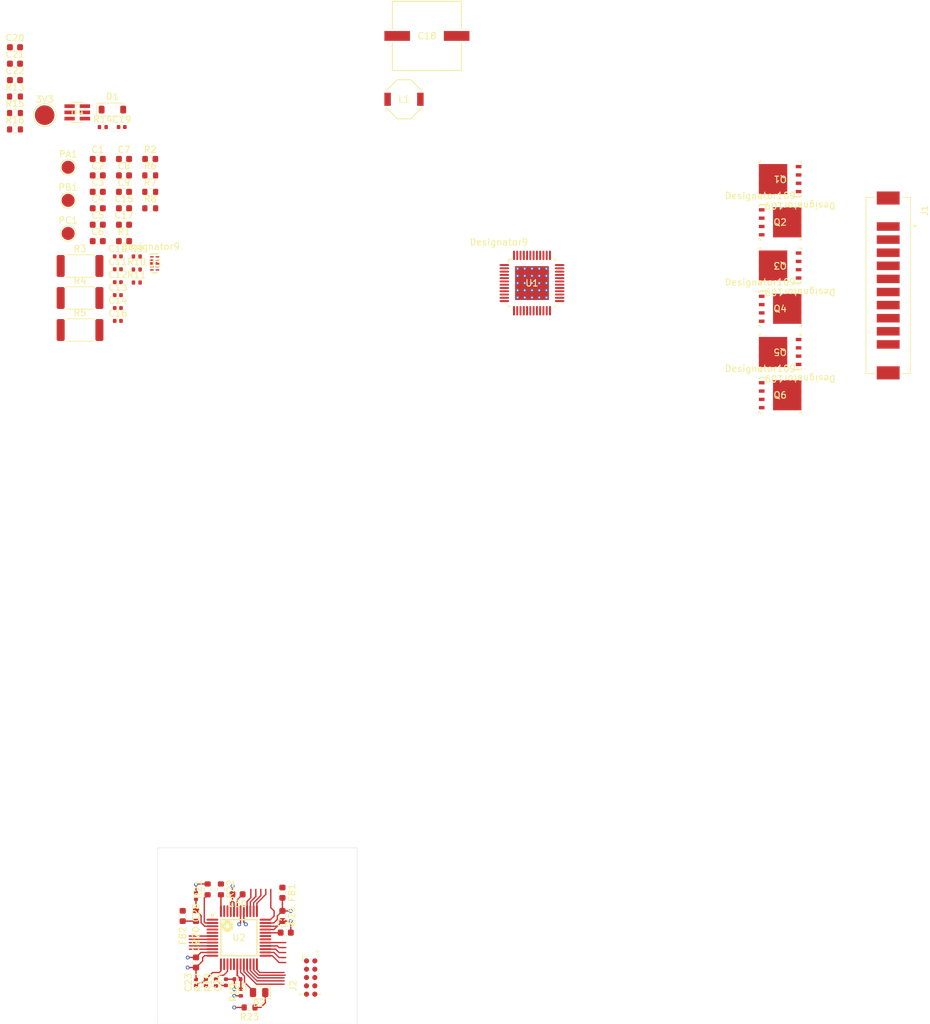
<source format=kicad_pcb>
(kicad_pcb (version 20240108) (generator "pcbnew") (generator_version "8.0")
  (layers (0 "F.Cu" signal) (1 "In1.Cu" signal) (2 "In2.Cu" signal) (31 "B.Cu" signal) (34 "B.Paste" user) (35 "F.Paste" user) (36 "B.SilkS" user "B.Silkscreen") (37 "F.SilkS" user "F.Silkscreen") (38 "B.Mask" user) (39 "F.Mask" user) (44 "Edge.Cuts" user))
  (net 0 "")
  (net 1 "Net-(U4-CB)")
  (net 2 "Net-(D1-K)")
  (net 3 "MCU_ISEN_A")
  (net 5 "MCU_ISEN_B")
  (net 6 "MCU_ISEN_C")
  (net 7 "VDDIO")
  (net 8 "VDDA")
  (net 10 "nXRS")
  (net 11 "MOT_A")
  (net 12 "GH_A")
  (net 13 "PVDD")
  (net 14 "GL_A")
  (net 15 "SL_A")
  (net 16 "GH_B")
  (net 17 "MOT_B")
  (net 18 "SL_B")
  (net 19 "GL_B")
  (net 20 "GH_C")
  (net 21 "MOT_C")
  (net 22 "SL_C")
  (net 23 "GL_C")
  (net 24 "ISEN_A")
  (net 25 "INH_A")
  (net 26 "3.3V")
  (net 27 "GND")
  (net 28 "Net-(U1-VCP_LSD)")
  (net 29 "Net-(U1-CP1L)")
  (net 30 "Net-(U1-CP1H)")
  (net 31 "SDO")
  (net 32 "Net-(U1-DVDD)")
  (net 33 "Net-(U1-VDRAIN)")
  (net 34 "ISEN_B")
  (net 35 "SDI")
  (net 36 "Net-(U1-CP2H)")
  (net 37 "Net-(U1-CP2L)")
  (net 38 "INL_B")
  (net 39 "INL_A")
  (net 40 "EN_GATE")
  (net 41 "ISEN_C")
  (net 42 "WAKE")
  (net 43 "nSCS")
  (net 44 "Net-(U1-PWRGD)")
  (net 45 "Net-(U1-AVDD)")
  (net 46 "INH_C")
  (net 47 "INL_C")
  (net 48 "Net-(U1-VCPH)")
  (net 49 "nFAULT")
  (net 50 "INH_B")
  (net 51 "SCLK")
  (net 52 "Net-(C29-Pad1)")
  (net 53 "Net-(C30-Pad1)")
  (net 54 "COM")
  (net 55 "TDO")
  (net 56 "TCK")
  (net 57 "TMS")
  (net 58 "nTRST")
  (net 59 "TDI")
  (net 60 "Net-(U4-FB)")
  (net 62 "Net-(D2-K)")
  (net 64 "LED")
  (net 69 "unconnected-(U2-ADCINA2_COMP1A_AIO2-Pad9)")
  (net 74 "VSEN_PVDD")
  (net 78 "VSEN_C")
  (net 80 "VSEN_A")
  (net 81 "VSEN_B")
  (footprint "Resistor_SMD:R_0603_1608Metric" (layer "F.Cu") (at 80.54 49.625)
    (property "Reference" "R13")
    (property "Value" "24.9K")
  )
  (footprint "Resistor_SMD:R_0603_1608Metric" (layer "F.Cu") (at 101.21 66.685)
    (property "Reference" "R8")
    (property "Value" "24.9K")
  )
  (footprint "EasyBLDC:DNK0008A" (layer "F.Cu") (at 197.485 88.63 180)
    (property "Reference" "Q5")
    (property "Value" "CSD16556Q5B")
  )
  (footprint "Capacitor_SMD:C_0402_1005Metric" (layer "F.Cu") (at 96.26 77.975)
    (property "Reference" "C12")
    (property "Value" "0.1u")
  )
  (footprint "Capacitor_SMD:C_0402_1005Metric" (layer "F.Cu") (at 108.204 171.704 90)
    (property "Reference" "C28")
    (property "Value" "0.1u")
  )
  (footprint "EasyBLDC:SD53" (layer "F.Cu") (at 139.9921 50.038)
    (property "Reference" "L1")
    (property "Value" "SD53-120-R")
  )
  (footprint "Resistor_SMD:R_0603_1608Metric" (layer "F.Cu") (at 101.21 64.175)
    (property "Reference" "R7")
    (property "Value" "24.9K")
  )
  (footprint "EasyBLDC:DNK0008A" (layer "F.Cu") (at 197.485 68.83)
    (property "Reference" "Q2")
    (property "Value" "CSD16556Q5B")
  )
  (footprint "Capacitor_SMD:C_0603_1608Metric" (layer "F.Cu") (at 93.19 64.175)
    (property "Reference" "C3")
    (property "Value" "1u")
  )
  (footprint "Resistor_SMD:R_0603_1608Metric" (layer "F.Cu") (at 80.54 54.645)
    (property "Reference" "R16")
    (property "Value" "20k")
  )
  (footprint "LED_SMD:LED_0805_2012Metric" (layer "F.Cu") (at 117.856 186.436 180)
    (property "Reference" "D2")
    (property "Value" "GREEN")
  )
  (footprint "Capacitor_SMD:C_0402_1005Metric" (layer "F.Cu") (at 96.26 83.885)
    (property "Reference" "C16")
    (property "Value" "1n")
  )
  (footprint "Resistor_SMD:R_0603_1608Metric" (layer "F.Cu") (at 116.395 188.722 180)
    (property "Reference" "R23")
    (property "Value" "330")
  )
  (footprint "Capacitor_SMD:C_0402_1005Metric" (layer "F.Cu") (at 114.552 184.404 180)
    (property "Reference" "C25")
    (property "Value" "2.2n")
  )
  (footprint "Resistor_SMD:R_0603_1608Metric" (layer "F.Cu") (at 112.014 170.688 -90)
    (property "Reference" "R22")
    (property "Value" "10K")
  )
  (footprint "Resistor_SMD:R_0603_1608Metric" (layer "F.Cu") (at 80.54 52.135)
    (property "Reference" "R15")
    (property "Value" "68k")
  )
  (footprint "Capacitor_SMD:C_0603_1608Metric" (layer "F.Cu") (at 97.2 64.175)
    (property "Reference" "C9")
    (property "Value" "4.7u")
  )
  (footprint "EasyBLDC:PT0048A_N" (layer "F.Cu") (at 114.764 178.068)
    (property "Reference" "U2")
    (property "Value" "TMS320F28027FPTT")
  )
  (footprint "EasyBLDC:DNK0008A" (layer "F.Cu") (at 197.485 82.03)
    (property "Reference" "Q4")
    (property "Value" "CSD16556Q5B")
  )
  (footprint "Capacitor_SMD:C_0603_1608Metric" (layer "F.Cu") (at 80.54 42.095)
    (property "Reference" "C20")
    (property "Value" "0.33u")
  )
  (footprint "EasyBLDC:Tag-Connect_TC2050-IDC-NL_2x05_P1.27mm_Vertical" (layer "F.Cu") (at 125.73 184.15 -90)
    (property "Reference" "J2")
    (property "Value" "TC2050-IDC")
  )
  (footprint "Capacitor_SMD:C_0402_1005Metric" (layer "F.Cu") (at 96.26 81.915)
    (property "Reference" "C14")
    (property "Value" "1n")
  )
  (footprint "Capacitor_SMD:C_0603_1608Metric" (layer "F.Cu") (at 114.554 171.45 180)
    (property "Reference" "C30")
    (property "Value" "2.2u")
  )
  (footprint "Capacitor_SMD:C_0603_1608Metric" (layer "F.Cu") (at 97.2 66.685)
    (property "Reference" "C15")
    (property "Value" "2.2u")
  )
  (footprint "Capacitor_SMD:C_0603_1608Metric" (layer "F.Cu") (at 97.2 69.195)
    (property "Reference" "C17")
    (property "Value" "1u")
  )
  (footprint "TestPoint:TestPoint_Pad_D2.0mm" (layer "F.Cu") (at 88.66 65.475)
    (property "Reference" "PB1")
    (property "Value" "TestPoint")
  )
  (footprint "Capacitor_SMD:C_0603_1608Metric" (layer "F.Cu") (at 97.2 59.155)
    (property "Reference" "C7")
    (property "Value" "47n")
  )
  (footprint "Resistor_SMD:R_0402_1005Metric" (layer "F.Cu") (at 93.96 54.285)
    (property "Reference" "R14")
    (property "Value" "4.99K")
  )
  (footprint "Resistor_SMD:R_0402_1005Metric" (layer "F.Cu") (at 109.728 184.912 90)
    (property "Reference" "R17")
    (property "Value" "56")
  )
  (footprint "Resistor_SMD:R_0402_1005Metric" (layer "F.Cu") (at 99.15 74.045)
    (property "Reference" "R9")
    (property "Value" "4.99K")
  )
  (footprint "Capacitor_SMD:C_0402_1005Metric" (layer "F.Cu") (at 96.85 54.275)
    (property "Reference" "C19")
    (property "Value" "0.1u")
  )
  (footprint "Capacitor_SMD:C_0603_1608Metric" (layer "F.Cu") (at 93.19 71.705)
    (property "Reference" "C6")
    (property "Value" "1u")
  )
  (footprint "Capacitor_SMD:C_0402_1005Metric" (layer "F.Cu") (at 112.776 184.884 90)
    (property "Reference" "C24")
    (property "Value" "2.2n")
  )
  (footprint "Fuse:Fuse_0603_1608Metric" (layer "F.Cu") (at 101.21 59.155)
    (property "Reference" "R2")
    (property "Value" "100")
  )
  (footprint "Capacitor_SMD:C_0402_1005Metric" (layer "F.Cu") (at 108.204 184.912 90)
    (property "Reference" "C23")
    (property "Value" "2.2n")
  )
  (footprint "Resistor_SMD:R_0402_1005Metric" (layer "F.Cu") (at 111.252 184.912 90)
    (property "Reference" "R18")
    (property "Value" "56")
  )
  (footprint "Resistor_SMD:R_0603_1608Metric" (layer "F.Cu") (at 108.204 174.752 90)
    (property "Reference" "R20")
    (property "Value" "47K")
  )
  (footprint "Resistor_SMD:R_0603_1608Metric" (layer "F.Cu") (at 101.21 61.665)
    (property "Reference" "R6")
    (property "Value" "24.9K")
  )
  (footprint "TestPoint:TestPoint_Pad_D3.0mm" (layer "F.Cu") (at 85.07 52.465)
    (property "Reference" "3V3")
    (property "Value" "TestPoint")
  )
  (footprint "Capacitor_SMD:C_0603_1608Metric" (layer "F.Cu") (at 93.19 59.155)
    (property "Reference" "C1")
    (property "Value" "1u")
  )
  (footprint "Resistor_SMD:R_0402_1005Metric" (layer "F.Cu") (at 99.15 76.035)
    (property "Reference" "R10")
    (property "Value" "4.99K")
  )
  (footprint "Capacitor_SMD:C_0402_1005Metric" (layer "F.Cu") (at 96.26 79.945)
    (property "Reference" "C13")
    (property "Value" "1n")
  )
  (footprint "EasyBLDC:DNK0008A" (layer "F.Cu") (at 197.485 95.23)
    (property "Reference" "Q6")
    (property "Value" "CSD16556Q5B")
  )
  (footprint "Capacitor_SMD:C_0402_1005Metric" (layer "F.Cu") (at 96.26 74.035)
    (property "Reference" "C10")
    (property "Value" "0.1u")
  )
  (footprint "Capacitor_SMD:C_0603_1608Metric" (layer "F.Cu") (at 97.2 61.665)
    (property "Reference" "C8")
    (property "Value" "1u")
  )
  (footprint "Capacitor_SMD:C_0603_1608Metric" (layer "F.Cu") (at 93.19 66.685)
    (property "Reference" "C4")
    (property "Value" "1u")
  )
  (footprint "Capacitor_SMD:C_0603_1608Metric" (layer "F.Cu") (at 93.19 69.195)
    (property "Reference" "C5")
    (property "Value" "1u")
  )
  (footprint "TestPoint:TestPoint_Pad_D2.0mm" (layer "F.Cu") (at 88.66 60.425)
    (property "Reference" "PA1")
    (property "Value" "TestPoint")
  )
  (footprint "EasyBLDC:DNK0008A" (layer "F.Cu") (at 197.485 62.23 180)
    (property "Reference" "Q1")
    (property "Value" "CSD16556Q5B")
  )
  (footprint "TestPoint:TestPoint_Pad_D2.0mm" (layer "F.Cu") (at 88.66 70.525)
    (property "Reference" "PC1")
    (property "Value" "TestPoint")
  )
  (footprint "Resistor_SMD:R_2512_6332Metric" (layer "F.Cu") (at 90.48 80.385)
    (property "Reference" "R4")
    (property "Value" "0.007")
  )
  (footprint "EasyBLDC:AMPHENOL_10159560-A00221RLF" (layer "F.Cu") (at 213.995 78.47 -90)
    (property "Reference" "J1")
    (property "Value" "10159560-A00221RLF")
  )
  (footprint "Resistor_SMD:R_0402_1005Metric" (layer "F.Cu") (at 115.062 186.436 90)
    (property "Reference" "R19")
    (property "Value" "56")
  )
  (footprint "EasyBLDC:DDC0006A" (layer "F.Cu") (at 90.0508 52.0402)
    (property "Reference" "U4")
    (property "Value" "LMR16006XDDCR")
  )
  (footprint "Capacitor_SMD:C_0603_1608Metric" (layer "F.Cu") (at 93.19 61.665)
    (property "Reference" "C2")
    (property "Value" "47n")
  )
  (footprint "Inductor_SMD:L_0603_1608Metric" (layer "F.Cu") (at 106.172 174.752 90)
    (property "Reference" "FB2")
    (property "Value" "600")
  )
  (footprint "Capacitor_SMD:C_0603_1608Metric" (layer "F.Cu") (at 80.54 47.115)
    (property "Reference" "C22")
    (property "Value" "1u")
  )
  (footprint "EasyBLDC:PHP0048G_N" (layer "F.Cu") (at 159.555 78.105)
    (property "Reference" "U1")
    (property "Value" "DRV83053PHP")
  )
  (footprint "Resistor_SMD:R_2512_6332Metric" (layer "F.Cu") (at 90.48 75.495)
    (property "Reference" "R3")
    (property "Value" "0.007")
  )
  (footprint "Capacitor_SMD:C_0603_1608Metric" (layer "F.Cu") (at 121.412 174.752 -90)
    (property "Reference" "C26")
    (property "Value" "2.2u")
  )
  (footprint "Resistor_SMD:R_2512_6332Metric" (layer "F.Cu") (at 90.48 85.275)
    (property "Reference" "R5")
    (property "Value" "0.007")
  )
  (footprint "Capacitor_SMD:C_0603_1608Metric" (layer "F.Cu") (at 80.54 44.605)
    (property "Reference" "C21")
    (property "Value" "22u")
  )
  (footprint "Diode_SMD:D_SOD-123" (layer "F.Cu") (at 95.425 51.615)
    (property "Reference" "D1")
    (property "Value" "D_Schottky")
  )
  (footprint "EasyBLDC:CAP_FP_10P3X10P3_PAN" (layer "F.Cu") (at 143.4973 40.3667)
    (property "Reference" "C18")
    (property "Value" "390u")
  )
  (footprint "Capacitor_SMD:C_0402_1005Metric" (layer "F.Cu") (at 96.26 76.005)
    (property "Reference" "C11")
    (property "Value" "0.1u")
  )
  (footprint "Inductor_SMD:L_0603_1608Metric" (layer "F.Cu") (at 121.412 171.196 -90)
    (property "Reference" "FB1")
    (property "Value" "600")
  )
  (footprint "Capacitor_SMD:C_0603_1608Metric" (layer "F.Cu") (at 121.92 177.292)
    (property "Reference" "C29")
    (property "Value" "2.2u")
  )
  (footprint "EasyBLDC:DQA0010A" (layer "F.Cu") (at 101.88 75.100002)
    (property "Reference" "U3")
    (property "Value" "TPD4E05U06DQAR")
  )
  (footprint "Fuse:Fuse_0603_1608Metric" (layer "F.Cu") (at 97.2 71.705)
    (property "Reference" "R1")
    (property "Value" "10K")
  )
  (footprint "EasyBLDC:DNK0008A" (layer "F.Cu") (at 197.485 75.43 180)
    (property "Reference" "Q3")
    (property "Value" "CSD16556Q5B")
  )
  (footprint "Resistor_SMD:R_0603_1608Metric" (layer "F.Cu") (at 109.982 170.688 90)
    (property "Reference" "R21")
    (property "Value" "2.2K")
  )
  (footprint "Resistor_SMD:R_0402_1005Metric" (layer "F.Cu") (at 99.15 78.025)
    (property "Reference" "R11")
    (property "Value" "4.99K")
  )
  (footprint "Capacitor_SMD:C_0603_1608Metric" (layer "F.Cu") (at 108.204 181.851 -90)
    (property "Reference" "C27")
    (property "Value" "2.2u")
  )
  (gr_rect (start 102.362 164.338) (end 132.842 191.262) (stroke (width 0.05)) (fill none) (layer "Edge.Cuts"))
  (segment (start 110.744 183.388) (end 111.76 183.388) (width 0.2032) (layer "F.Cu") (net 3))
  (segment (start 111.76 183.388) (end 112.014 183.134) (width 0.2032) (layer "F.Cu") (net 3))
  (segment (start 109.218 184.912) (end 109.728 184.402) (width 0.2032) (layer "F.Cu") (net 3))
  (segment (start 109.73 184.402) (end 110.744 183.388) (width 0.2032) (layer "F.Cu") (net 3))
  (segment (start 109.728 184.402) (end 109.73 184.402) (width 0.2032) (layer "F.Cu") (net 3))
  (segment (start 112.014 183.134) (end 112.014 182.118) (width 0.2032) (layer "F.Cu") (net 3))
  (segment (start 108.684 184.912) (end 109.218 184.912) (width 0.2032) (layer "F.Cu") (net 3))
  (segment (start 108.204 185.392) (end 108.684 184.912) (width 0.2032) (layer "F.Cu") (net 3))
  (segment (start 113.014001 183.2212) (end 113.014001 182.118) (width 0.2032) (layer "F.Cu") (net 5))
  (segment (start 111.8596 183.7944) (end 112.440801 183.7944) (width 0.2032) (layer "F.Cu") (net 5))
  (segment (start 112.776 185.364) (end 112.214 185.364) (width 0.2032) (layer "F.Cu") (net 5))
  (segment (start 111.252 184.402) (end 111.8596 183.7944) (width 0.2032) (layer "F.Cu") (net 5))
  (segment (start 112.214 185.364) (end 111.252 184.402) (width 0.2032) (layer "F.Cu") (net 5))
  (segment (start 112.440801 183.7944) (end 113.014001 183.2212) (width 0.2032) (layer "F.Cu") (net 5))
  (segment (start 114.514 183.856) (end 114.514 182.118) (width 0.254) (layer "F.Cu") (net 6))
  (segment (start 115.032 184.404) (end 115.032 184.374) (width 0.254) (layer "F.Cu") (net 6))
  (segment (start 115.062 184.434) (end 115.032 184.404) (width 0.2032) (layer "F.Cu") (net 6))
  (segment (start 115.062 185.926) (end 115.062 184.434) (width 0.2032) (layer "F.Cu") (net 6))
  (segment (start 115.032 184.374) (end 114.514 183.856) (width 0.254) (layer "F.Cu") (net 6))
  (segment (start 120.6322 175.2778) (end 120.6322 174.7568) (width 0.2032) (layer "F.Cu") (net 7))
  (segment (start 121.412 173.977) (end 121.412 171.9835) (width 0.2032) (layer "F.Cu") (net 7))
  (segment (start 122.669 173.977) (end 122.682 173.99) (width 0.2032) (layer "F.Cu") (net 7))
  (segment (start 118.814 175.817999) (end 120.092001 175.817999) (width 0.2032) (layer "F.Cu") (net 7))
  (segment (start 120.6322 174.7568) (end 121.412 173.977) (width 0.2032) (layer "F.Cu") (net 7))
  (segment (start 121.412 173.977) (end 122.669 173.977) (width 0.2032) (layer "F.Cu") (net 7))
  (segment (start 120.092001 175.817999) (end 120.6322 175.2778) (width 0.2032) (layer "F.Cu") (net 7))
  (via (at 122.682 173.99) (size 0.6) (drill 0.3) (layers "F.Cu" "B.Cu") (net 7))
  (segment (start 106.96 181.076) (end 106.934 181.102) (width 0.2032) (layer "F.Cu") (net 8))
  (segment (start 108.204 181.076) (end 106.96 181.076) (width 0.2032) (layer "F.Cu") (net 8))
  (segment (start 108.961999 180.318001) (end 110.714 180.318001) (width 0.2032) (layer "F.Cu") (net 8))
  (segment (start 108.204 181.076) (end 108.961999 180.318001) (width 0.2032) (layer "F.Cu") (net 8))
  (via (at 106.934 181.102) (size 0.6) (drill 0.3) (layers "F.Cu" "B.Cu") (net 8))
  (segment (start 108.9838 174.7068) (end 108.9838 175.7858) (width 0.2032) (layer "F.Cu") (net 10))
  (segment (start 108.204 173.927) (end 108.204 172.184) (width 0.2032) (layer "F.Cu") (net 10))
  (segment (start 108.9838 175.7858) (end 109.516001 176.318001) (width 0.2032) (layer "F.Cu") (net 10))
  (segment (start 108.204 173.927) (end 108.9838 174.7068) (width 0.2032) (layer "F.Cu") (net 10))
  (segment (start 109.516001 176.318001) (end 110.714 176.318001) (width 0.2032) (layer "F.Cu") (net 10))
  (segment (start 118.814 178.818001) (end 121.917999 178.818001) (width 0.2032) (layer "F.Cu") (net 25))
  (segment (start 106.172 175.5395) (end 108.1665 175.5395) (width 0.2032) (layer "F.Cu") (net 26))
  (segment (start 108.1665 175.5395) (end 108.204 175.577) (width 0.2032) (layer "F.Cu") (net 26))
  (segment (start 120.121 176.818) (end 120.620999 176.318001) (width 0.2032) (layer "F.Cu") (net 27))
  (segment (start 108.204 184.432) (end 108.204 182.626) (width 0.2032) (layer "F.Cu") (net 27))
  (segment (start 112.776 184.404) (end 114.072 184.404) (width 0.2032) (layer "F.Cu") (net 27))
  (segment (start 114.046 185.928) (end 114.072 185.902) (width 0.2032) (layer "F.Cu") (net 27))
  (segment (start 108.204 182.626) (end 106.934 182.626) (width 0.2032) (layer "F.Cu") (net 27))
  (segment (start 122.695 177.292) (end 122.695 175.527) (width 0.2032) (layer "F.Cu") (net 27))
  (segment (start 108.204 171.224) (end 108.204 169.926) (width 0.2032) (layer "F.Cu") (net 27))
  (segment (start 113.779 171.45) (end 113.779 170.193) (width 0.2032) (layer "F.Cu") (net 27))
  (segment (start 109.22 181.102) (end 109.504 180.818) (width 0.2032) (layer "F.Cu") (net 27))
  (segment (start 108.204 182.626) (end 109.22 181.61) (width 0.2032) (layer "F.Cu") (net 27))
  (segment (start 121.412 175.527) (end 122.669 175.527) (width 0.2032) (layer "F.Cu") (net 27))
  (segment (start 114.014002 172.688002) (end 114.014002 174.018) (width 0.2032) (layer "F.Cu") (net 27))
  (segment (start 109.504 180.818) (end 110.714 180.818) (width 0.2032) (layer "F.Cu") (net 27))
  (segment (start 118.814 176.818) (end 120.121 176.818) (width 0.2032) (layer "F.Cu") (net 27))
  (segment (start 120.620999 176.318001) (end 118.814 176.318001) (width 0.2032) (layer "F.Cu") (net 27))
  (segment (start 108.267 169.863) (end 109.982 169.863) (width 0.2032) (layer "F.Cu") (net 27))
  (segment (start 113.779 171.45) (end 113.779 172.453) (width 0.2032) (layer "F.Cu") (net 27))
  (segment (start 122.695 175.527) (end 122.682 175.514) (width 0.2032) (layer "F.Cu") (net 27))
  (segment (start 121.412 175.527) (end 120.620999 176.318001) (width 0.2032) (layer "F.Cu") (net 27))
  (segment (start 114.072 185.902) (end 114.072 184.404) (width 0.2032) (layer "F.Cu") (net 27))
  (segment (start 113.779 172.453) (end 113.514 172.718) (width 0.2032) (layer "F.Cu") (net 27))
  (segment (start 113.514 172.718) (end 113.514 174.018) (width 0.2032) (layer "F.Cu") (net 27))
  (segment (start 108.204 169.926) (end 108.267 169.863) (width 0.2032) (layer "F.Cu") (net 27))
  (segment (start 115.57 188.722) (end 114.046 188.722) (width 0.2032) (layer "F.Cu") (net 27))
  (segment (start 113.779 170.193) (end 113.792 170.18) (width 0.2032) (layer "F.Cu") (net 27))
  (segment (start 122.669 175.527) (end 122.682 175.514) (width 0.2032) (layer "F.Cu") (net 27))
  (segment (start 109.22 181.61) (end 109.22 181.102) (width 0.2032) (layer "F.Cu") (net 27))
  (segment (start 113.779 172.453) (end 114.014002 172.688002) (width 0.2032) (layer "F.Cu") (net 27))
  (via (at 114.046 188.722) (size 0.6) (drill 0.3) (layers "F.Cu" "B.Cu") (net 27))
  (via (at 106.934 182.626) (size 0.6) (drill 0.3) (layers "F.Cu" "B.Cu") (net 27))
  (via (at 114.046 185.928) (size 0.6) (drill 0.3) (layers "F.Cu" "B.Cu") (net 27))
  (via (at 113.792 170.18) (size 0.6) (drill 0.3) (layers "F.Cu" "B.Cu") (net 27))
  (via (at 108.204 169.926) (size 0.6) (drill 0.3) (layers "F.Cu" "B.Cu") (net 27))
  (via (at 122.682 175.514) (size 0.6) (drill 0.3) (layers "F.Cu" "B.Cu") (net 27))
  (segment (start 118.814 180.318001) (end 120.120001 180.318001) (width 0.2032) (layer "F.Cu") (net 31))
  (segment (start 120.904 181.102) (end 121.92 181.102) (width 0.2032) (layer "F.Cu") (net 31))
  (segment (start 120.120001 180.318001) (end 120.904 181.102) (width 0.2032) (layer "F.Cu") (net 31))
  (segment (start 120.382002 179.818002) (end 120.904 180.34) (width 0.2032) (layer "F.Cu") (net 35))
  (segment (start 120.904 180.34) (end 121.92 180.34) (width 0.2032) (layer "F.Cu") (net 35))
  (segment (start 118.814 179.818002) (end 120.382002 179.818002) (width 0.2032) (layer "F.Cu") (net 35))
  (segment (start 117.014001 174.018) (end 117.014001 172.733263) (width 0.2032) (layer "F.Cu") (net 38))
  (segment (start 118.11 171.637264) (end 118.11 170.688) (width 0.2032) (layer "F.Cu") (net 38))
  (segment (start 118.076632 171.670632) (end 118.11 171.637264) (width 0.2032) (layer "F.Cu") (net 38))
  (segment (start 117.014001 172.733263) (end 117.568632 172.178632) (width 0.2032) (layer "F.Cu") (net 38))
  (segment (start 117.568632 172.178632) (end 118.076632 171.670632) (width 0.2032) (layer "F.Cu") (net 38))
  (segment (start 120.644 179.318) (end 120.65 179.324) (width 0.2032) (layer "F.Cu") (net 39))
  (segment (start 118.814 179.318) (end 120.644 179.318) (width 0.2032) (layer "F.Cu") (net 39))
  (segment (start 120.65 179.324) (end 120.904 179.578) (width 0.2032) (layer "F.Cu") (net 39))
  (segment (start 120.904 179.578) (end 121.92 179.578) (width 0.2032) (layer "F.Cu") (net 39))
  (segment (start 115.514001 175.712001) (end 115.824 176.022) (width 0.2032) (layer "F.Cu") (net 40))
  (segment (start 115.514001 174.018) (end 115.514001 175.712001) (width 0.2032) (layer "F.Cu") (net 40))
  (via (at 115.824 176.022) (size 0.6) (drill 0.3) (layers "F.Cu" "B.Cu") (net 40))
  (segment (start 115.062 186.946) (end 114.048 186.946) (width 0.2032) (layer "F.Cu") (net 41))
  (segment (start 114.048 186.946) (end 114.046 186.944) (width 0.2032) (layer "F.Cu") (net 41))
  (via (at 114.046 186.944) (size 0.6) (drill 0.3) (layers "F.Cu" "B.Cu") (net 41))
  (segment (start 115.014 175.816) (end 114.808 176.022) (width 0.2032) (layer "F.Cu") (net 42))
  (segment (start 115.014 174.018) (end 115.014 175.816) (width 0.2032) (layer "F.Cu") (net 42))
  (via (at 114.808 176.022) (size 0.6) (drill 0.3) (layers "F.Cu" "B.Cu") (net 42))
  (segment (start 119.576 175.318) (end 120.142 174.752) (width 0.2032) (layer "F.Cu") (net 43))
  (segment (start 120.142 173.99) (end 119.634 173.482) (width 0.2032) (layer "F.Cu") (net 43))
  (segment (start 118.814 175.318) (end 119.576 175.318) (width 0.2032) (layer "F.Cu") (net 43))
  (segment (start 120.142 174.752) (end 120.142 173.99) (width 0.2032) (layer "F.Cu") (net 43))
  (segment (start 119.634 173.482) (end 119.634 170.688) (width 0.2032) (layer "F.Cu") (net 43))
  (segment (start 117.348 171.770736) (end 117.348 170.688) (width 0.2032) (layer "F.Cu") (net 46))
  (segment (start 116.514002 174.018) (end 116.514002 172.604734) (width 0.2032) (layer "F.Cu") (net 46))
  (segment (start 116.514002 172.604734) (end 117.348 171.770736) (width 0.2032) (layer "F.Cu") (net 46))
  (segment (start 116.586 171.958) (end 116.586 170.688) (width 0.2032) (layer "F.Cu") (net 47))
  (segment (start 116.014 174.018) (end 116.014 172.53) (width 0.2032) (layer "F.Cu") (net 47))
  (segment (start 116.014 172.53) (end 116.586 171.958) (width 0.2032) (layer "F.Cu") (net 47))
  (segment (start 112.014 171.513) (end 112.014 174.018) (width 0.2032) (layer "F.Cu") (net 49))
  (segment (start 117.514 172.808) (end 118.872 171.45) (width 0.2032) (layer "F.Cu") (net 50))
  (segment (start 117.514 174.018) (end 117.514 172.808) (width 0.2032) (layer "F.Cu") (net 50))
  (segment (start 118.872 171.45) (end 118.872 170.688) (width 0.2032) (layer "F.Cu") (net 50))
  (segment (start 117.514 182.118) (end 117.514 182.936448) (width 0.2032) (layer "F.Cu") (net 51))
  (segment (start 117.514 182.936448) (end 117.965552 183.388) (width 0.2032) (layer "F.Cu") (net 51))
  (segment (start 117.965552 183.388) (end 121.666 183.388) (width 0.2032) (layer "F.Cu") (net 51))
  (segment (start 121.118998 177.318002) (end 121.145 177.292) (width 0.2032) (layer "F.Cu") (net 52))
  (segment (start 118.814 177.318002) (end 121.118998 177.318002) (width 0.2032) (layer "F.Cu") (net 52))
  (segment (start 114.514 174.018) (end 114.514 172.265) (width 0.2032) (layer "F.Cu") (net 53))
  (segment (start 114.514 172.265) (end 115.329 171.45) (width 0.2032) (layer "F.Cu") (net 53))
  (segment (start 120.904 181.864) (end 121.92 181.864) (width 0.2032) (layer "F.Cu") (net 54))
  (segment (start 119.858 180.818) (end 120.904 181.864) (width 0.2032) (layer "F.Cu") (net 54))
  (segment (start 118.814 180.818) (end 119.858 180.818) (width 0.2032) (layer "F.Cu") (net 54))
  (segment (start 116.514002 183.085922) (end 117.62888 184.2008) (width 0.2032) (layer "F.Cu") (net 55))
  (segment (start 116.514002 182.118) (end 116.514002 183.085922) (width 0.2032) (layer "F.Cu") (net 55))
  (segment (start 117.62888 184.2008) (end 121.666 184.2008) (width 0.2032) (layer "F.Cu") (net 55))
  (segment (start 117.014001 182.118) (end 117.014001 183.011185) (width 0.2032) (layer "F.Cu") (net 56))
  (segment (start 117.797216 183.7944) (end 121.834336 183.7944) (width 0.2032) (layer "F.Cu") (net 56))
  (segment (start 117.014001 183.011185) (end 117.797216 183.7944) (width 0.2032) (layer "F.Cu") (net 56))
  (segment (start 116.014 182.118) (end 116.014 183.160656) (width 0.2032) (layer "F.Cu") (net 57))
  (segment (start 116.014 183.160656) (end 117.511344 184.658) (width 0.2032) (layer "F.Cu") (net 57))
  (segment (start 117.511344 184.658) (end 121.666 184.658) (width 0.2032) (layer "F.Cu") (net 57))
  (segment (start 109.6108 175.817999) (end 109.474 175.681199) (width 0.2032) (layer "F.Cu") (net 58))
  (segment (start 109.474 175.681199) (end 109.474 172.021) (width 0.2032) (layer "F.Cu") (net 58))
  (segment (start 110.714 175.817999) (end 109.6108 175.817999) (width 0.2032) (layer "F.Cu") (net 58))
  (segment (start 109.474 172.021) (end 109.982 171.513) (width 0.2032) (layer "F.Cu") (net 58))
  (segment (start 117.444608 185.166) (end 121.666 185.166) (width 0.2032) (layer "F.Cu") (net 59))
  (segment (start 115.514001 182.118) (end 115.514001 183.235393) (width 0.2032) (layer "F.Cu") (net 59))
  (segment (start 115.514001 183.235393) (end 117.444608 185.166) (width 0.2032) (layer "F.Cu") (net 59))
  (segment (start 118.11 188.722) (end 117.22 188.722) (width 0.2032) (layer "F.Cu") (net 62))
  (segment (start 118.7935 186.436) (end 118.7935 188.0385) (width 0.2032) (layer "F.Cu") (net 62))
  (segment (start 118.7935 188.0385) (end 118.11 188.722) (width 0.2032) (layer "F.Cu") (net 62))
  (segment (start 115.014 182.118) (end 115.014 183.34) (width 0.2032) (layer "F.Cu") (net 64))
  (segment (start 115.6168 183.9428) (end 115.6168 184.886376) (width 0.2032) (layer "F.Cu") (net 64))
  (segment (start 116.9185 186.188076) (end 116.9185 186.436) (width 0.2032) (layer "F.Cu") (net 64))
  (segment (start 115.014 183.34) (end 115.6168 183.9428) (width 0.2032) (layer "F.Cu") (net 64))
  (segment (start 115.6168 184.886376) (end 116.9185 186.188076) (width 0.2032) (layer "F.Cu") (net 64))
  (segment (start 110.714 179.318) (end 107.194 179.318) (width 0.2032) (layer "F.Cu") (net 69))
  (segment (start 110.714 179.818002) (end 107.201998 179.818002) (width 0.2032) (layer "F.Cu") (net 74))
  (segment (start 110.714 178.818001) (end 107.190001 178.818001) (width 0.2032) (layer "F.Cu") (net 78))
  (segment (start 110.714 177.818) (end 107.206 177.818) (width 0.2032) (layer "F.Cu") (net 80))
  (segment (start 107.206 177.818) (end 107.188 177.8) (width 0.2032) (layer "F.Cu") (net 80))
  (segment (start 107.198 178.318) (end 107.188 178.308) (width 0.2032) (layer "F.Cu") (net 81))
  (segment (start 110.714 178.318) (end 107.198 178.318) (width 0.2032) (layer "F.Cu") (net 81))
)
</source>
